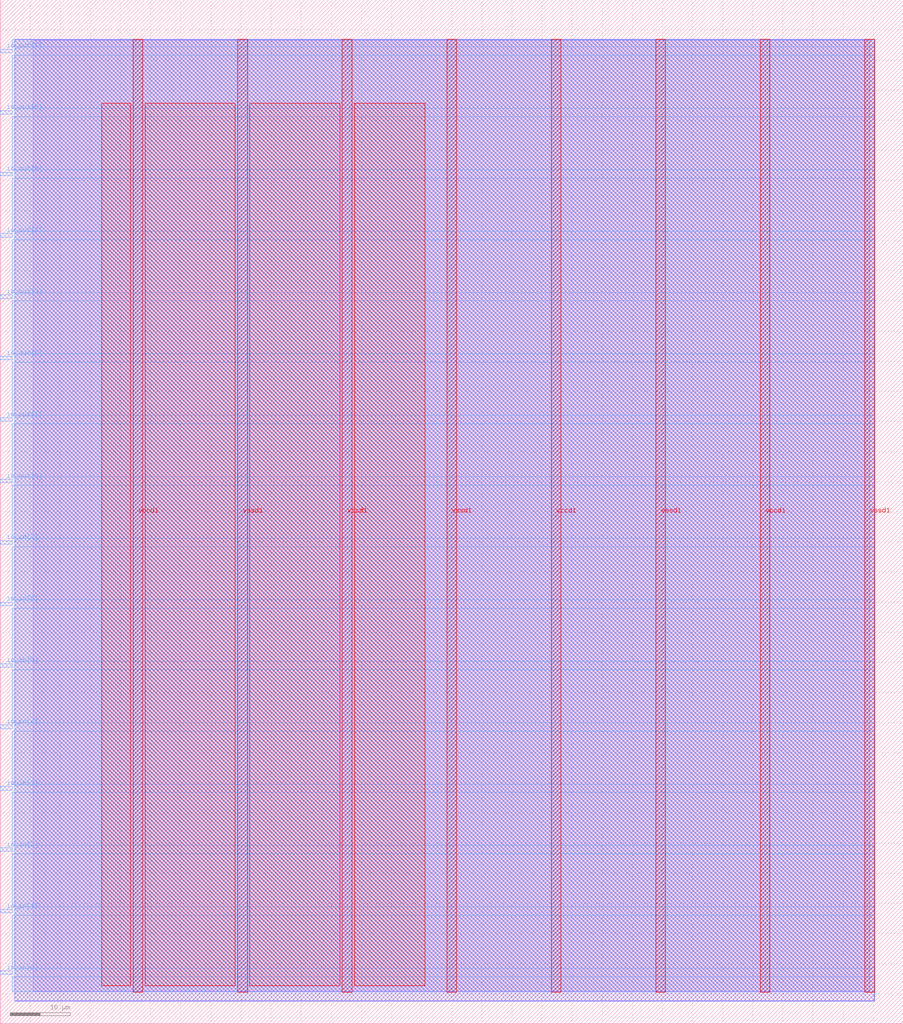
<source format=lef>
VERSION 5.7 ;
  NOWIREEXTENSIONATPIN ON ;
  DIVIDERCHAR "/" ;
  BUSBITCHARS "[]" ;
MACRO pwm
  CLASS BLOCK ;
  FOREIGN pwm ;
  ORIGIN 0.000 0.000 ;
  SIZE 150.000 BY 170.000 ;
  PIN io_in[0]
    DIRECTION INPUT ;
    USE SIGNAL ;
    PORT
      LAYER met3 ;
        RECT 0.000 8.200 2.000 8.800 ;
    END
  END io_in[0]
  PIN io_in[1]
    DIRECTION INPUT ;
    USE SIGNAL ;
    PORT
      LAYER met3 ;
        RECT 0.000 18.400 2.000 19.000 ;
    END
  END io_in[1]
  PIN io_in[2]
    DIRECTION INPUT ;
    USE SIGNAL ;
    PORT
      LAYER met3 ;
        RECT 0.000 28.600 2.000 29.200 ;
    END
  END io_in[2]
  PIN io_in[3]
    DIRECTION INPUT ;
    USE SIGNAL ;
    PORT
      LAYER met3 ;
        RECT 0.000 38.800 2.000 39.400 ;
    END
  END io_in[3]
  PIN io_in[4]
    DIRECTION INPUT ;
    USE SIGNAL ;
    PORT
      LAYER met3 ;
        RECT 0.000 49.000 2.000 49.600 ;
    END
  END io_in[4]
  PIN io_in[5]
    DIRECTION INPUT ;
    USE SIGNAL ;
    PORT
      LAYER met3 ;
        RECT 0.000 59.200 2.000 59.800 ;
    END
  END io_in[5]
  PIN io_in[6]
    DIRECTION INPUT ;
    USE SIGNAL ;
    PORT
      LAYER met3 ;
        RECT 0.000 69.400 2.000 70.000 ;
    END
  END io_in[6]
  PIN io_in[7]
    DIRECTION INPUT ;
    USE SIGNAL ;
    PORT
      LAYER met3 ;
        RECT 0.000 79.600 2.000 80.200 ;
    END
  END io_in[7]
  PIN io_out[0]
    DIRECTION OUTPUT TRISTATE ;
    USE SIGNAL ;
    PORT
      LAYER met3 ;
        RECT 0.000 89.800 2.000 90.400 ;
    END
  END io_out[0]
  PIN io_out[1]
    DIRECTION OUTPUT TRISTATE ;
    USE SIGNAL ;
    PORT
      LAYER met3 ;
        RECT 0.000 100.000 2.000 100.600 ;
    END
  END io_out[1]
  PIN io_out[2]
    DIRECTION OUTPUT TRISTATE ;
    USE SIGNAL ;
    PORT
      LAYER met3 ;
        RECT 0.000 110.200 2.000 110.800 ;
    END
  END io_out[2]
  PIN io_out[3]
    DIRECTION OUTPUT TRISTATE ;
    USE SIGNAL ;
    PORT
      LAYER met3 ;
        RECT 0.000 120.400 2.000 121.000 ;
    END
  END io_out[3]
  PIN io_out[4]
    DIRECTION OUTPUT TRISTATE ;
    USE SIGNAL ;
    PORT
      LAYER met3 ;
        RECT 0.000 130.600 2.000 131.200 ;
    END
  END io_out[4]
  PIN io_out[5]
    DIRECTION OUTPUT TRISTATE ;
    USE SIGNAL ;
    PORT
      LAYER met3 ;
        RECT 0.000 140.800 2.000 141.400 ;
    END
  END io_out[5]
  PIN io_out[6]
    DIRECTION OUTPUT TRISTATE ;
    USE SIGNAL ;
    PORT
      LAYER met3 ;
        RECT 0.000 151.000 2.000 151.600 ;
    END
  END io_out[6]
  PIN io_out[7]
    DIRECTION OUTPUT TRISTATE ;
    USE SIGNAL ;
    PORT
      LAYER met3 ;
        RECT 0.000 161.200 2.000 161.800 ;
    END
  END io_out[7]
  PIN vccd1
    DIRECTION INOUT ;
    USE POWER ;
    PORT
      LAYER met4 ;
        RECT 22.085 5.200 23.685 163.440 ;
    END
    PORT
      LAYER met4 ;
        RECT 56.815 5.200 58.415 163.440 ;
    END
    PORT
      LAYER met4 ;
        RECT 91.545 5.200 93.145 163.440 ;
    END
    PORT
      LAYER met4 ;
        RECT 126.275 5.200 127.875 163.440 ;
    END
  END vccd1
  PIN vssd1
    DIRECTION INOUT ;
    USE GROUND ;
    PORT
      LAYER met4 ;
        RECT 39.450 5.200 41.050 163.440 ;
    END
    PORT
      LAYER met4 ;
        RECT 74.180 5.200 75.780 163.440 ;
    END
    PORT
      LAYER met4 ;
        RECT 108.910 5.200 110.510 163.440 ;
    END
    PORT
      LAYER met4 ;
        RECT 143.640 5.200 145.240 163.440 ;
    END
  END vssd1
  OBS
      LAYER li1 ;
        RECT 5.520 5.355 144.440 163.285 ;
      LAYER met1 ;
        RECT 2.370 3.780 145.240 163.440 ;
      LAYER met2 ;
        RECT 2.390 3.750 145.210 163.385 ;
      LAYER met3 ;
        RECT 2.000 162.200 145.230 163.365 ;
        RECT 2.400 160.800 145.230 162.200 ;
        RECT 2.000 152.000 145.230 160.800 ;
        RECT 2.400 150.600 145.230 152.000 ;
        RECT 2.000 141.800 145.230 150.600 ;
        RECT 2.400 140.400 145.230 141.800 ;
        RECT 2.000 131.600 145.230 140.400 ;
        RECT 2.400 130.200 145.230 131.600 ;
        RECT 2.000 121.400 145.230 130.200 ;
        RECT 2.400 120.000 145.230 121.400 ;
        RECT 2.000 111.200 145.230 120.000 ;
        RECT 2.400 109.800 145.230 111.200 ;
        RECT 2.000 101.000 145.230 109.800 ;
        RECT 2.400 99.600 145.230 101.000 ;
        RECT 2.000 90.800 145.230 99.600 ;
        RECT 2.400 89.400 145.230 90.800 ;
        RECT 2.000 80.600 145.230 89.400 ;
        RECT 2.400 79.200 145.230 80.600 ;
        RECT 2.000 70.400 145.230 79.200 ;
        RECT 2.400 69.000 145.230 70.400 ;
        RECT 2.000 60.200 145.230 69.000 ;
        RECT 2.400 58.800 145.230 60.200 ;
        RECT 2.000 50.000 145.230 58.800 ;
        RECT 2.400 48.600 145.230 50.000 ;
        RECT 2.000 39.800 145.230 48.600 ;
        RECT 2.400 38.400 145.230 39.800 ;
        RECT 2.000 29.600 145.230 38.400 ;
        RECT 2.400 28.200 145.230 29.600 ;
        RECT 2.000 19.400 145.230 28.200 ;
        RECT 2.400 18.000 145.230 19.400 ;
        RECT 2.000 9.200 145.230 18.000 ;
        RECT 2.400 7.800 145.230 9.200 ;
        RECT 2.000 5.275 145.230 7.800 ;
      LAYER met4 ;
        RECT 16.855 6.295 21.685 152.825 ;
        RECT 24.085 6.295 39.050 152.825 ;
        RECT 41.450 6.295 56.415 152.825 ;
        RECT 58.815 6.295 70.545 152.825 ;
  END
END pwm
END LIBRARY


</source>
